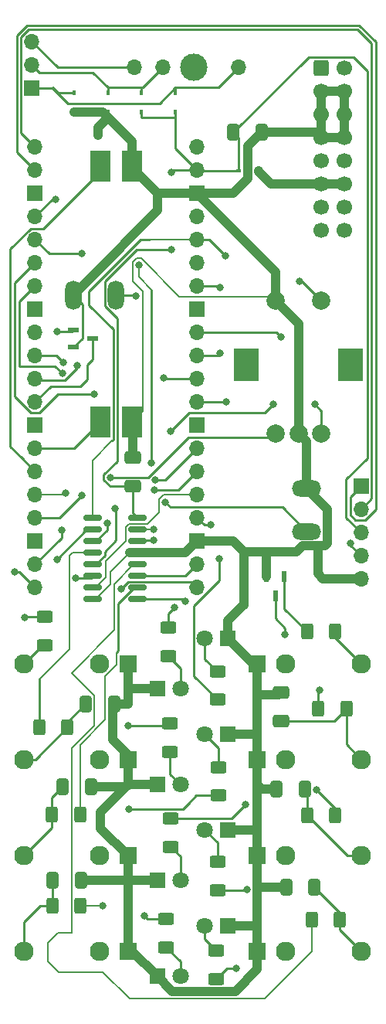
<source format=gbr>
%TF.GenerationSoftware,KiCad,Pcbnew,6.0.2+dfsg-1*%
%TF.CreationDate,2023-09-10T21:51:06+01:00*%
%TF.ProjectId,useq,75736571-2e6b-4696-9361-645f70636258,rev?*%
%TF.SameCoordinates,Original*%
%TF.FileFunction,Copper,L1,Top*%
%TF.FilePolarity,Positive*%
%FSLAX46Y46*%
G04 Gerber Fmt 4.6, Leading zero omitted, Abs format (unit mm)*
G04 Created by KiCad (PCBNEW 6.0.2+dfsg-1) date 2023-09-10 21:51:06*
%MOMM*%
%LPD*%
G01*
G04 APERTURE LIST*
G04 Aperture macros list*
%AMRoundRect*
0 Rectangle with rounded corners*
0 $1 Rounding radius*
0 $2 $3 $4 $5 $6 $7 $8 $9 X,Y pos of 4 corners*
0 Add a 4 corners polygon primitive as box body*
4,1,4,$2,$3,$4,$5,$6,$7,$8,$9,$2,$3,0*
0 Add four circle primitives for the rounded corners*
1,1,$1+$1,$2,$3*
1,1,$1+$1,$4,$5*
1,1,$1+$1,$6,$7*
1,1,$1+$1,$8,$9*
0 Add four rect primitives between the rounded corners*
20,1,$1+$1,$2,$3,$4,$5,0*
20,1,$1+$1,$4,$5,$6,$7,0*
20,1,$1+$1,$6,$7,$8,$9,0*
20,1,$1+$1,$8,$9,$2,$3,0*%
G04 Aperture macros list end*
%TA.AperFunction,SMDPad,CuDef*%
%ADD10RoundRect,0.150000X-0.825000X-0.150000X0.825000X-0.150000X0.825000X0.150000X-0.825000X0.150000X0*%
%TD*%
%TA.AperFunction,SMDPad,CuDef*%
%ADD11RoundRect,0.250000X-0.625000X0.400000X-0.625000X-0.400000X0.625000X-0.400000X0.625000X0.400000X0*%
%TD*%
%TA.AperFunction,SMDPad,CuDef*%
%ADD12RoundRect,0.250000X0.400000X0.625000X-0.400000X0.625000X-0.400000X-0.625000X0.400000X-0.625000X0*%
%TD*%
%TA.AperFunction,SMDPad,CuDef*%
%ADD13RoundRect,0.250000X0.412500X0.650000X-0.412500X0.650000X-0.412500X-0.650000X0.412500X-0.650000X0*%
%TD*%
%TA.AperFunction,SMDPad,CuDef*%
%ADD14RoundRect,0.250000X-0.650000X0.412500X-0.650000X-0.412500X0.650000X-0.412500X0.650000X0.412500X0*%
%TD*%
%TA.AperFunction,SMDPad,CuDef*%
%ADD15R,0.600000X1.300000*%
%TD*%
%TA.AperFunction,ComponentPad*%
%ADD16O,1.700000X1.700000*%
%TD*%
%TA.AperFunction,ComponentPad*%
%ADD17R,1.700000X1.700000*%
%TD*%
%TA.AperFunction,SMDPad,CuDef*%
%ADD18RoundRect,0.250000X-0.400000X-0.625000X0.400000X-0.625000X0.400000X0.625000X-0.400000X0.625000X0*%
%TD*%
%TA.AperFunction,SMDPad,CuDef*%
%ADD19R,0.450000X0.600000*%
%TD*%
%TA.AperFunction,SMDPad,CuDef*%
%ADD20RoundRect,0.250000X-0.412500X-0.650000X0.412500X-0.650000X0.412500X0.650000X-0.412500X0.650000X0*%
%TD*%
%TA.AperFunction,ComponentPad*%
%ADD21RoundRect,0.250000X-0.600000X-0.600000X0.600000X-0.600000X0.600000X0.600000X-0.600000X0.600000X0*%
%TD*%
%TA.AperFunction,ComponentPad*%
%ADD22C,1.700000*%
%TD*%
%TA.AperFunction,SMDPad,CuDef*%
%ADD23RoundRect,0.250000X0.625000X-0.400000X0.625000X0.400000X-0.625000X0.400000X-0.625000X-0.400000X0*%
%TD*%
%TA.AperFunction,SMDPad,CuDef*%
%ADD24R,1.300000X0.600000*%
%TD*%
%TA.AperFunction,SMDPad,CuDef*%
%ADD25R,0.600000X0.450000*%
%TD*%
%TA.AperFunction,SMDPad,CuDef*%
%ADD26RoundRect,0.250000X0.650000X-0.412500X0.650000X0.412500X-0.650000X0.412500X-0.650000X-0.412500X0*%
%TD*%
%TA.AperFunction,ComponentPad*%
%ADD27O,3.200000X1.800000*%
%TD*%
%TA.AperFunction,ComponentPad*%
%ADD28R,2.200000X3.400000*%
%TD*%
%TA.AperFunction,ComponentPad*%
%ADD29R,1.800000X1.800000*%
%TD*%
%TA.AperFunction,ComponentPad*%
%ADD30C,1.800000*%
%TD*%
%TA.AperFunction,ComponentPad*%
%ADD31R,1.830000X1.930000*%
%TD*%
%TA.AperFunction,ComponentPad*%
%ADD32C,2.130000*%
%TD*%
%TA.AperFunction,ComponentPad*%
%ADD33C,3.000000*%
%TD*%
%TA.AperFunction,ComponentPad*%
%ADD34C,2.000000*%
%TD*%
%TA.AperFunction,ComponentPad*%
%ADD35R,2.800000X3.600000*%
%TD*%
%TA.AperFunction,ComponentPad*%
%ADD36O,1.800000X3.200000*%
%TD*%
%TA.AperFunction,ViaPad*%
%ADD37C,0.800000*%
%TD*%
%TA.AperFunction,Conductor*%
%ADD38C,0.250000*%
%TD*%
%TA.AperFunction,Conductor*%
%ADD39C,1.000000*%
%TD*%
%TA.AperFunction,Conductor*%
%ADD40C,0.200000*%
%TD*%
G04 APERTURE END LIST*
D10*
%TO.P,U2,1,VCC*%
%TO.N,/3V3*%
X154925000Y-75055000D03*
%TO.P,U2,2,Aout*%
%TO.N,/PWM Out 1*%
X154925000Y-76325000D03*
%TO.P,U2,3,Ain*%
%TO.N,Net-(U1-Pad27)*%
X154925000Y-77595000D03*
%TO.P,U2,4,Bout*%
%TO.N,/PWM Out 2*%
X154925000Y-78865000D03*
%TO.P,U2,5,Bin*%
%TO.N,Net-(U1-Pad26)*%
X154925000Y-80135000D03*
%TO.P,U2,6,Cout*%
%TO.N,/D Out 1*%
X154925000Y-81405000D03*
%TO.P,U2,7,Cin*%
%TO.N,Net-(U1-Pad25)*%
X154925000Y-82675000D03*
%TO.P,U2,8,VSS*%
%TO.N,GND*%
X154925000Y-83945000D03*
%TO.P,U2,9,Din*%
%TO.N,Net-(U1-Pad24)*%
X159875000Y-83945000D03*
%TO.P,U2,10,Dout*%
%TO.N,/D Out 2*%
X159875000Y-82675000D03*
%TO.P,U2,11,Ein*%
%TO.N,Net-(U1-Pad22)*%
X159875000Y-81405000D03*
%TO.P,U2,12,Eout*%
%TO.N,/D Out 3*%
X159875000Y-80135000D03*
%TO.P,U2,13,Select*%
%TO.N,GND*%
X159875000Y-78865000D03*
%TO.P,U2,14,Fin*%
%TO.N,Net-(U1-Pad21)*%
X159875000Y-77595000D03*
%TO.P,U2,15,Fout*%
%TO.N,/D Out 4*%
X159875000Y-76325000D03*
%TO.P,U2,16,VDD*%
%TO.N,/5V*%
X159875000Y-75055000D03*
%TD*%
D11*
%TO.P,R10,1*%
%TO.N,Net-(R10-Pad1)*%
X163400000Y-97550000D03*
%TO.P,R10,2*%
%TO.N,Net-(D9-Pad2)*%
X163400000Y-100650000D03*
%TD*%
D12*
%TO.P,R15,1*%
%TO.N,Net-(C7-Pad2)*%
X182050000Y-119000000D03*
%TO.P,R15,2*%
%TO.N,/D Out 3*%
X178950000Y-119000000D03*
%TD*%
D11*
%TO.P,R2,1*%
%TO.N,Net-(Q2-Pad1)*%
X149700000Y-85850000D03*
%TO.P,R2,2*%
%TO.N,Net-(J2-PadT)*%
X149700000Y-88950000D03*
%TD*%
D13*
%TO.P,C6,1*%
%TO.N,GND*%
X154762500Y-104500000D03*
%TO.P,C6,2*%
%TO.N,Net-(C6-Pad2)*%
X151637500Y-104500000D03*
%TD*%
D12*
%TO.P,R3,1*%
%TO.N,Net-(C3-Pad2)*%
X182750000Y-95900000D03*
%TO.P,R3,2*%
%TO.N,/PWM Out 1*%
X179650000Y-95900000D03*
%TD*%
D14*
%TO.P,C3,1*%
%TO.N,GND*%
X175600000Y-94137500D03*
%TO.P,C3,2*%
%TO.N,Net-(C3-Pad2)*%
X175600000Y-97262500D03*
%TD*%
D15*
%TO.P,Q1,1,B*%
%TO.N,Net-(Q1-Pad1)*%
X175916000Y-81456000D03*
%TO.P,Q1,2,E*%
%TO.N,GND*%
X174016000Y-81456000D03*
%TO.P,Q1,3,C*%
%TO.N,Net-(Q1-Pad3)*%
X174966000Y-83556000D03*
%TD*%
D16*
%TO.P,U1,1,GPIO0*%
%TO.N,Net-(J11-Pad2)*%
X148610000Y-34370000D03*
%TO.P,U1,2,GPIO1*%
%TO.N,Net-(J11-Pad1)*%
X148610000Y-36910000D03*
D17*
%TO.P,U1,3,GND*%
%TO.N,unconnected-(U1-Pad3)*%
X148610000Y-39450000D03*
D16*
%TO.P,U1,4,GPIO2*%
%TO.N,Net-(R10-Pad1)*%
X148610000Y-41990000D03*
%TO.P,U1,5,GPIO3*%
%TO.N,Net-(R9-Pad1)*%
X148610000Y-44530000D03*
%TO.P,U1,6,GPIO4*%
%TO.N,Net-(R8-Pad1)*%
X148610000Y-47070000D03*
%TO.P,U1,7,GPIO5*%
%TO.N,Net-(R7-Pad1)*%
X148610000Y-49610000D03*
D17*
%TO.P,U1,8,GND*%
%TO.N,unconnected-(U1-Pad8)*%
X148610000Y-52150000D03*
D16*
%TO.P,U1,9,GPIO6*%
%TO.N,unconnected-(U1-Pad9)*%
X148610000Y-54690000D03*
%TO.P,U1,10,GPIO7*%
%TO.N,Net-(S1-Pad1)*%
X148610000Y-57230000D03*
%TO.P,U1,11,GPIO8*%
%TO.N,Net-(Q1-Pad3)*%
X148610000Y-59770000D03*
%TO.P,U1,12,GPIO9*%
%TO.N,Net-(Q2-Pad3)*%
X148610000Y-62310000D03*
D17*
%TO.P,U1,13,GND*%
%TO.N,unconnected-(U1-Pad13)*%
X148610000Y-64850000D03*
D16*
%TO.P,U1,14,GPIO10*%
%TO.N,Net-(SW1-Pad2)*%
X148610000Y-67390000D03*
%TO.P,U1,15,GPIO11*%
%TO.N,Net-(SW2-Pad2)*%
X148610000Y-69930000D03*
%TO.P,U1,16,GPIO12*%
%TO.N,Net-(S1-PadB)*%
X148610000Y-72470000D03*
%TO.P,U1,17,GPIO13*%
%TO.N,Net-(S1-PadA)*%
X148610000Y-75010000D03*
D17*
%TO.P,U1,18,GND*%
%TO.N,unconnected-(U1-Pad18)*%
X148610000Y-77550000D03*
D16*
%TO.P,U1,19,GPIO14*%
%TO.N,Net-(SW3-Pad2)*%
X148610000Y-80090000D03*
%TO.P,U1,20,GPIO15*%
%TO.N,Net-(SW4-Pad2)*%
X148610000Y-82630000D03*
%TO.P,U1,21,GPIO16*%
%TO.N,Net-(U1-Pad21)*%
X166390000Y-82630000D03*
%TO.P,U1,22,GPIO17*%
%TO.N,Net-(U1-Pad22)*%
X166390000Y-80090000D03*
D17*
%TO.P,U1,23,GND*%
%TO.N,GND*%
X166390000Y-77550000D03*
D16*
%TO.P,U1,24,GPIO18*%
%TO.N,Net-(U1-Pad24)*%
X166390000Y-75010000D03*
%TO.P,U1,25,GPIO19*%
%TO.N,Net-(U1-Pad25)*%
X166390000Y-72470000D03*
%TO.P,U1,26,GPIO20*%
%TO.N,Net-(U1-Pad26)*%
X166390000Y-69930000D03*
%TO.P,U1,27,GPIO21*%
%TO.N,Net-(U1-Pad27)*%
X166390000Y-67390000D03*
D17*
%TO.P,U1,28,GND*%
%TO.N,unconnected-(U1-Pad28)*%
X166390000Y-64850000D03*
D16*
%TO.P,U1,29,GPIO22*%
%TO.N,Net-(R14-Pad1)*%
X166390000Y-62310000D03*
%TO.P,U1,30,RUN*%
%TO.N,Net-(S2-Pad2)*%
X166390000Y-59770000D03*
%TO.P,U1,31,GPIO26_ADC0*%
%TO.N,Net-(R13-Pad1)*%
X166390000Y-57230000D03*
%TO.P,U1,32,GPIO27_ADC1*%
%TO.N,Net-(R12-Pad1)*%
X166390000Y-54690000D03*
D17*
%TO.P,U1,33,AGND*%
%TO.N,unconnected-(U1-Pad33)*%
X166390000Y-52150000D03*
D16*
%TO.P,U1,34,GPIO28_ADC2*%
%TO.N,Net-(R11-Pad1)*%
X166390000Y-49610000D03*
%TO.P,U1,35,ADC_VREF*%
%TO.N,unconnected-(U1-Pad35)*%
X166390000Y-47070000D03*
%TO.P,U1,36,3V3*%
%TO.N,/3V3*%
X166390000Y-44530000D03*
%TO.P,U1,37,3V3_EN*%
%TO.N,unconnected-(U1-Pad37)*%
X166390000Y-41990000D03*
D17*
%TO.P,U1,38,GND*%
%TO.N,GND*%
X166390000Y-39450000D03*
D16*
%TO.P,U1,39,VSYS*%
%TO.N,/5V*%
X166390000Y-36910000D03*
%TO.P,U1,40,VBUS*%
%TO.N,unconnected-(U1-Pad40)*%
X166390000Y-34370000D03*
%TD*%
D13*
%TO.P,C4,1*%
%TO.N,GND*%
X157262500Y-95400000D03*
%TO.P,C4,2*%
%TO.N,Net-(C4-Pad2)*%
X154137500Y-95400000D03*
%TD*%
D18*
%TO.P,R16,1*%
%TO.N,Net-(C8-Pad2)*%
X150500000Y-117500000D03*
%TO.P,R16,2*%
%TO.N,/D Out 4*%
X153600000Y-117500000D03*
%TD*%
D11*
%TO.P,R14,1*%
%TO.N,Net-(R14-Pad1)*%
X163000000Y-118950000D03*
%TO.P,R14,2*%
%TO.N,Net-(D13-Pad2)*%
X163000000Y-122050000D03*
%TD*%
D19*
%TO.P,D3,1,K*%
%TO.N,Net-(D3-Pad1)*%
X152900000Y-28450000D03*
%TO.P,D3,2,A*%
%TO.N,GND*%
X152900000Y-30550000D03*
%TD*%
D18*
%TO.P,R5,1*%
%TO.N,Net-(C5-Pad2)*%
X178450000Y-107600000D03*
%TO.P,R5,2*%
%TO.N,/D Out 1*%
X181550000Y-107600000D03*
%TD*%
D17*
%TO.P,J10,1,Pin_1*%
%TO.N,Net-(D3-Pad1)*%
X148250000Y-27905000D03*
D16*
%TO.P,J10,2,Pin_2*%
%TO.N,Net-(D1-Pad2)*%
X148250000Y-25365000D03*
%TO.P,J10,3,Pin_3*%
%TO.N,Net-(J10-Pad3)*%
X148250000Y-22825000D03*
%TD*%
D20*
%TO.P,C7,1*%
%TO.N,GND*%
X176137500Y-115500000D03*
%TO.P,C7,2*%
%TO.N,Net-(C7-Pad2)*%
X179262500Y-115500000D03*
%TD*%
D11*
%TO.P,R12,1*%
%TO.N,Net-(R12-Pad1)*%
X163500000Y-107950000D03*
%TO.P,R12,2*%
%TO.N,Net-(D11-Pad2)*%
X163500000Y-111050000D03*
%TD*%
D18*
%TO.P,R1,1*%
%TO.N,Net-(Q1-Pad1)*%
X178450000Y-87500000D03*
%TO.P,R1,2*%
%TO.N,Net-(J1-PadT)*%
X181550000Y-87500000D03*
%TD*%
D13*
%TO.P,C8,1*%
%TO.N,GND*%
X153662500Y-114700000D03*
%TO.P,C8,2*%
%TO.N,Net-(C8-Pad2)*%
X150537500Y-114700000D03*
%TD*%
D21*
%TO.P,H1,1,1*%
%TO.N,unconnected-(H1-Pad1)*%
X179997500Y-25710000D03*
D22*
%TO.P,H1,2,2*%
%TO.N,unconnected-(H1-Pad2)*%
X182537500Y-25710000D03*
%TO.P,H1,3,3*%
%TO.N,GND*%
X179997500Y-28250000D03*
%TO.P,H1,4,4*%
X182537500Y-28250000D03*
%TO.P,H1,5,5*%
X179997500Y-30790000D03*
%TO.P,H1,6,6*%
X182537500Y-30790000D03*
%TO.P,H1,7,7*%
X179997500Y-33330000D03*
%TO.P,H1,8,8*%
X182537500Y-33330000D03*
%TO.P,H1,9,9*%
%TO.N,unconnected-(H1-Pad9)*%
X179997500Y-35870000D03*
%TO.P,H1,10,10*%
%TO.N,unconnected-(H1-Pad10)*%
X182537500Y-35870000D03*
%TO.P,H1,11,11*%
%TO.N,Net-(D5-Pad2)*%
X179997500Y-38410000D03*
%TO.P,H1,12,12*%
X182537500Y-38410000D03*
%TO.P,H1,13,13*%
%TO.N,unconnected-(H1-Pad13)*%
X179997500Y-40950000D03*
%TO.P,H1,14,14*%
%TO.N,unconnected-(H1-Pad14)*%
X182537500Y-40950000D03*
%TO.P,H1,15,15*%
%TO.N,unconnected-(H1-Pad15)*%
X179997500Y-43490000D03*
%TO.P,H1,16,16*%
%TO.N,unconnected-(H1-Pad16)*%
X182537500Y-43490000D03*
%TD*%
D19*
%TO.P,D4,1,K*%
%TO.N,/5V*%
X164000000Y-30550000D03*
%TO.P,D4,2,A*%
%TO.N,Net-(D3-Pad1)*%
X164000000Y-28450000D03*
%TD*%
D18*
%TO.P,R6,1*%
%TO.N,Net-(C6-Pad2)*%
X150450000Y-107500000D03*
%TO.P,R6,2*%
%TO.N,/D Out 2*%
X153550000Y-107500000D03*
%TD*%
D23*
%TO.P,R13,1*%
%TO.N,Net-(R13-Pad1)*%
X168500000Y-125550000D03*
%TO.P,R13,2*%
%TO.N,Net-(D12-Pad2)*%
X168500000Y-122450000D03*
%TD*%
D24*
%TO.P,Q2,1,B*%
%TO.N,Net-(Q2-Pad1)*%
X152834000Y-54412000D03*
%TO.P,Q2,2,E*%
%TO.N,GND*%
X152834000Y-56312000D03*
%TO.P,Q2,3,C*%
%TO.N,Net-(Q2-Pad3)*%
X154934000Y-55362000D03*
%TD*%
D19*
%TO.P,D2,1,K*%
%TO.N,Net-(D1-Pad2)*%
X156600000Y-28450000D03*
%TO.P,D2,2,A*%
%TO.N,GND*%
X156600000Y-30550000D03*
%TD*%
D23*
%TO.P,R7,1*%
%TO.N,Net-(R7-Pad1)*%
X168600000Y-94950000D03*
%TO.P,R7,2*%
%TO.N,Net-(D6-Pad2)*%
X168600000Y-91850000D03*
%TD*%
%TO.P,R11,1*%
%TO.N,Net-(R11-Pad1)*%
X168600000Y-115800000D03*
%TO.P,R11,2*%
%TO.N,Net-(D10-Pad2)*%
X168600000Y-112700000D03*
%TD*%
D11*
%TO.P,R8,1*%
%TO.N,Net-(R8-Pad1)*%
X163200000Y-87050000D03*
%TO.P,R8,2*%
%TO.N,Net-(D7-Pad2)*%
X163200000Y-90150000D03*
%TD*%
D20*
%TO.P,C1,1*%
%TO.N,/5V*%
X170337500Y-32800000D03*
%TO.P,C1,2*%
%TO.N,GND*%
X173462500Y-32800000D03*
%TD*%
D25*
%TO.P,D5,1,K*%
%TO.N,/5V*%
X170950000Y-37000000D03*
%TO.P,D5,2,A*%
%TO.N,Net-(D5-Pad2)*%
X173050000Y-37000000D03*
%TD*%
D26*
%TO.P,C2,1*%
%TO.N,/5V*%
X159300000Y-71562500D03*
%TO.P,C2,2*%
%TO.N,GND*%
X159300000Y-68437500D03*
%TD*%
D20*
%TO.P,C5,1*%
%TO.N,GND*%
X175075000Y-104700000D03*
%TO.P,C5,2*%
%TO.N,Net-(C5-Pad2)*%
X178200000Y-104700000D03*
%TD*%
D23*
%TO.P,R9,1*%
%TO.N,Net-(R9-Pad1)*%
X168700000Y-105450000D03*
%TO.P,R9,2*%
%TO.N,Net-(D8-Pad2)*%
X168700000Y-102350000D03*
%TD*%
D12*
%TO.P,R4,1*%
%TO.N,Net-(C4-Pad2)*%
X152150000Y-98000000D03*
%TO.P,R4,2*%
%TO.N,/PWM Out 2*%
X149050000Y-98000000D03*
%TD*%
D19*
%TO.P,D1,1,K*%
%TO.N,/5V*%
X160300000Y-30550000D03*
%TO.P,D1,2,A*%
%TO.N,Net-(D1-Pad2)*%
X160300000Y-28450000D03*
%TD*%
D17*
%TO.P,J11,1,Pin_1*%
%TO.N,Net-(J11-Pad1)*%
X184350000Y-71530000D03*
D16*
%TO.P,J11,2,Pin_2*%
%TO.N,Net-(J11-Pad2)*%
X184350000Y-74070000D03*
%TO.P,J11,3,Pin_3*%
%TO.N,/5V*%
X184350000Y-76610000D03*
%TO.P,J11,4,Pin_4*%
%TO.N,/3V3*%
X184350000Y-79150000D03*
%TO.P,J11,5,Pin_5*%
%TO.N,GND*%
X184350000Y-81690000D03*
%TD*%
D27*
%TO.P,SW3,1,A*%
%TO.N,GND*%
X178400000Y-71800000D03*
%TO.P,SW3,2,B*%
%TO.N,Net-(SW3-Pad2)*%
X178400000Y-76500000D03*
%TD*%
D28*
%TO.P,SW2,1,1*%
%TO.N,GND*%
X159250000Y-36500000D03*
%TO.P,SW2,2,2*%
%TO.N,Net-(SW2-Pad2)*%
X155750000Y-36500000D03*
%TD*%
D29*
%TO.P,D12,1,K*%
%TO.N,GND*%
X169775000Y-119750000D03*
D30*
%TO.P,D12,2,A*%
%TO.N,Net-(D12-Pad2)*%
X167235000Y-119750000D03*
%TD*%
D29*
%TO.P,D6,1,K*%
%TO.N,GND*%
X169775000Y-88250000D03*
D30*
%TO.P,D6,2,A*%
%TO.N,Net-(D6-Pad2)*%
X167235000Y-88250000D03*
%TD*%
D28*
%TO.P,SW1,1,1*%
%TO.N,GND*%
X159250000Y-64500000D03*
%TO.P,SW1,2,2*%
%TO.N,Net-(SW1-Pad2)*%
X155750000Y-64500000D03*
%TD*%
D31*
%TO.P,J7,S*%
%TO.N,GND*%
X173000000Y-122500000D03*
D32*
%TO.P,J7,T*%
%TO.N,Net-(C7-Pad2)*%
X184400000Y-122500000D03*
%TO.P,J7,TN*%
%TO.N,unconnected-(J7-PadTN)*%
X176100000Y-122500000D03*
%TD*%
D29*
%TO.P,D13,1,K*%
%TO.N,GND*%
X162000000Y-125250000D03*
D30*
%TO.P,D13,2,A*%
%TO.N,Net-(D13-Pad2)*%
X164540000Y-125250000D03*
%TD*%
D31*
%TO.P,J4,S*%
%TO.N,GND*%
X173000000Y-101500000D03*
D32*
%TO.P,J4,T*%
%TO.N,Net-(C3-Pad2)*%
X184400000Y-101500000D03*
%TO.P,J4,TN*%
%TO.N,unconnected-(J4-PadTN)*%
X176100000Y-101500000D03*
%TD*%
D29*
%TO.P,D7,1,K*%
%TO.N,GND*%
X162000000Y-93750000D03*
D30*
%TO.P,D7,2,A*%
%TO.N,Net-(D7-Pad2)*%
X164540000Y-93750000D03*
%TD*%
D31*
%TO.P,J3,S*%
%TO.N,GND*%
X158780000Y-101500000D03*
D32*
%TO.P,J3,T*%
%TO.N,Net-(C4-Pad2)*%
X147380000Y-101500000D03*
%TO.P,J3,TN*%
%TO.N,unconnected-(J3-PadTN)*%
X155680000Y-101500000D03*
%TD*%
D29*
%TO.P,D9,1,K*%
%TO.N,GND*%
X162000000Y-104250000D03*
D30*
%TO.P,D9,2,A*%
%TO.N,Net-(D9-Pad2)*%
X164540000Y-104250000D03*
%TD*%
D33*
%TO.P,J9,*%
%TO.N,*%
X166000000Y-25675000D03*
D16*
%TO.P,J9,1*%
%TO.N,Net-(J10-Pad3)*%
X159520000Y-25675000D03*
%TO.P,J9,2*%
%TO.N,Net-(D1-Pad2)*%
X162620000Y-25675000D03*
%TO.P,J9,3*%
%TO.N,Net-(D3-Pad1)*%
X170920000Y-25675000D03*
%TD*%
D31*
%TO.P,J1,S*%
%TO.N,GND*%
X173000000Y-91000000D03*
D32*
%TO.P,J1,T*%
%TO.N,Net-(J1-PadT)*%
X184400000Y-91000000D03*
%TO.P,J1,TN*%
%TO.N,unconnected-(J1-PadTN)*%
X176100000Y-91000000D03*
%TD*%
D31*
%TO.P,J8,S*%
%TO.N,GND*%
X158780000Y-122500000D03*
D32*
%TO.P,J8,T*%
%TO.N,Net-(C8-Pad2)*%
X147380000Y-122500000D03*
%TO.P,J8,TN*%
%TO.N,unconnected-(J8-PadTN)*%
X155680000Y-122500000D03*
%TD*%
D31*
%TO.P,J6,S*%
%TO.N,GND*%
X158780000Y-112000000D03*
D32*
%TO.P,J6,T*%
%TO.N,Net-(C6-Pad2)*%
X147380000Y-112000000D03*
%TO.P,J6,TN*%
%TO.N,unconnected-(J6-PadTN)*%
X155680000Y-112000000D03*
%TD*%
D29*
%TO.P,D11,1,K*%
%TO.N,GND*%
X162000000Y-114750000D03*
D30*
%TO.P,D11,2,A*%
%TO.N,Net-(D11-Pad2)*%
X164540000Y-114750000D03*
%TD*%
D29*
%TO.P,D10,1,K*%
%TO.N,GND*%
X169775000Y-109250000D03*
D30*
%TO.P,D10,2,A*%
%TO.N,Net-(D10-Pad2)*%
X167235000Y-109250000D03*
%TD*%
D34*
%TO.P,S1,1*%
%TO.N,Net-(S1-Pad1)*%
X180000000Y-51250000D03*
%TO.P,S1,2*%
%TO.N,GND*%
X175000000Y-51250000D03*
D35*
%TO.P,S1,3*%
%TO.N,unconnected-(S1-Pad3)*%
X171800000Y-58250000D03*
X183200000Y-58250000D03*
D34*
%TO.P,S1,A,CH_A*%
%TO.N,Net-(S1-PadA)*%
X180000000Y-65750000D03*
%TO.P,S1,B,CH_B*%
%TO.N,Net-(S1-PadB)*%
X175000000Y-65750000D03*
%TO.P,S1,C,COM*%
%TO.N,GND*%
X177500000Y-65750000D03*
%TD*%
D31*
%TO.P,J2,S*%
%TO.N,GND*%
X158780000Y-91000000D03*
D32*
%TO.P,J2,T*%
%TO.N,Net-(J2-PadT)*%
X147380000Y-91000000D03*
%TO.P,J2,TN*%
%TO.N,unconnected-(J2-PadTN)*%
X155680000Y-91000000D03*
%TD*%
D29*
%TO.P,D8,1,K*%
%TO.N,GND*%
X169775000Y-98750000D03*
D30*
%TO.P,D8,2,A*%
%TO.N,Net-(D8-Pad2)*%
X167235000Y-98750000D03*
%TD*%
D36*
%TO.P,SW4,1,A*%
%TO.N,GND*%
X152800000Y-50600000D03*
%TO.P,SW4,2,B*%
%TO.N,Net-(SW4-Pad2)*%
X157500000Y-50600000D03*
%TD*%
D31*
%TO.P,J5,S*%
%TO.N,GND*%
X173000000Y-112000000D03*
D32*
%TO.P,J5,T*%
%TO.N,Net-(C5-Pad2)*%
X184400000Y-112000000D03*
%TO.P,J5,TN*%
%TO.N,unconnected-(J5-PadTN)*%
X176100000Y-112000000D03*
%TD*%
D37*
%TO.N,/5V*%
X163600000Y-37200000D03*
X163600000Y-45600000D03*
%TO.N,GND*%
X155500000Y-33100000D03*
%TO.N,Net-(Q1-Pad3)*%
X153200000Y-58300000D03*
X176000000Y-87800000D03*
%TO.N,/D Out 1*%
X153100000Y-81600000D03*
X179500000Y-104800000D03*
%TO.N,Net-(R7-Pad1)*%
X151600000Y-59200000D03*
X168800000Y-79500000D03*
%TO.N,Net-(R8-Pad1)*%
X155100000Y-61500000D03*
X163900000Y-84800000D03*
%TO.N,Net-(R9-Pad1)*%
X153700000Y-46100000D03*
X158900000Y-106900000D03*
%TO.N,Net-(R10-Pad1)*%
X160000000Y-47300000D03*
X158800000Y-97800000D03*
X150900000Y-40100000D03*
X161400000Y-69000000D03*
%TO.N,Net-(R11-Pad1)*%
X171900000Y-115700000D03*
X168900000Y-49800000D03*
%TO.N,Net-(R12-Pad1)*%
X175600000Y-55200000D03*
X171700000Y-106400000D03*
%TO.N,Net-(R13-Pad1)*%
X170700000Y-124400000D03*
X168900000Y-57000000D03*
%TO.N,Net-(R14-Pad1)*%
X160600000Y-118600000D03*
X169600000Y-62300000D03*
%TO.N,/D Out 4*%
X156000000Y-117500000D03*
X161600000Y-76300000D03*
%TO.N,Net-(S1-Pad1)*%
X177600000Y-49100000D03*
X151700000Y-58000000D03*
%TO.N,Net-(S1-PadA)*%
X153700000Y-72600000D03*
X179300000Y-62600000D03*
X163500000Y-65500000D03*
X174700000Y-62600000D03*
%TO.N,Net-(S1-PadB)*%
X156875480Y-70575480D03*
X152000000Y-72300000D03*
%TO.N,Net-(S2-Pad2)*%
X162700000Y-59700000D03*
%TO.N,Net-(SW3-Pad2)*%
X162900000Y-73300000D03*
X151500000Y-76400000D03*
%TO.N,Net-(SW4-Pad2)*%
X146400000Y-80900000D03*
X159700000Y-50700000D03*
%TO.N,Net-(U1-Pad21)*%
X161600000Y-77500000D03*
X158100000Y-82800000D03*
%TO.N,Net-(U1-Pad24)*%
X165100000Y-84200000D03*
X167900000Y-75800000D03*
%TO.N,Net-(U1-Pad26)*%
X157400000Y-74000000D03*
X161700000Y-72000000D03*
%TO.N,Net-(U1-Pad27)*%
X156500000Y-75600000D03*
X161800000Y-70900000D03*
%TO.N,/PWM Out 1*%
X179800000Y-93900000D03*
X151000000Y-79600000D03*
%TO.N,/3V3*%
X183230000Y-77850000D03*
X169510000Y-46340000D03*
%TO.N,Net-(Q2-Pad1)*%
X147500000Y-85900000D03*
X151000000Y-54600000D03*
%TD*%
D38*
%TO.N,/5V*%
X164000000Y-34520000D02*
X166390000Y-36910000D01*
X185074991Y-68455987D02*
X182725969Y-70805009D01*
X157624031Y-53155763D02*
X156275480Y-51807212D01*
X160300000Y-31150000D02*
X160300000Y-30550000D01*
X164000000Y-31150000D02*
X164000000Y-30550000D01*
X159300000Y-71562500D02*
X156837886Y-71562500D01*
X170950000Y-37000000D02*
X170950000Y-33412500D01*
X160300000Y-31150000D02*
X164000000Y-31150000D01*
X163600000Y-37200000D02*
X163890000Y-36910000D01*
X156150969Y-70875583D02*
X156150969Y-70275377D01*
X185074991Y-26090000D02*
X185074991Y-68455987D01*
X170950000Y-33412500D02*
X170337500Y-32800000D01*
X182725969Y-74985969D02*
X184350000Y-76610000D01*
X156275480Y-51807212D02*
X156275480Y-49104040D01*
X183520480Y-24535489D02*
X185074991Y-26090000D01*
X178602011Y-24535489D02*
X183520480Y-24535489D01*
X170950000Y-37000000D02*
X166480000Y-37000000D01*
D39*
X170350000Y-32812500D02*
X170337500Y-32800000D01*
D38*
X156150969Y-70275377D02*
X157624031Y-68802315D01*
X170337500Y-32800000D02*
X178602011Y-24535489D01*
X182725969Y-70805009D02*
X182725969Y-74985969D01*
X166480000Y-37000000D02*
X166390000Y-36910000D01*
X163890000Y-36910000D02*
X166390000Y-36910000D01*
X170860000Y-36910000D02*
X170950000Y-37000000D01*
X164000000Y-31150000D02*
X164000000Y-34520000D01*
X159300000Y-71562500D02*
X159300000Y-74480000D01*
X156837886Y-71562500D02*
X156150969Y-70875583D01*
X157624031Y-68802315D02*
X157624031Y-53155763D01*
X159779520Y-45600000D02*
X163600000Y-45600000D01*
X159300000Y-74480000D02*
X159875000Y-75055000D01*
X156275480Y-49104040D02*
X159779520Y-45600000D01*
D39*
%TO.N,GND*%
X170349022Y-39450000D02*
X171949511Y-37849511D01*
X159250000Y-36500000D02*
X159250000Y-33800000D01*
X158780000Y-95380000D02*
X158780000Y-93680000D01*
X158780000Y-93680000D02*
X158780000Y-91000000D01*
X157282500Y-95380000D02*
X157262500Y-95400000D01*
X159250000Y-33800000D02*
X156600000Y-31150000D01*
D40*
X159300000Y-47010741D02*
X159300000Y-49124520D01*
D39*
X173000000Y-109200000D02*
X173000000Y-104200000D01*
X177500000Y-53750000D02*
X175000000Y-51250000D01*
X175000000Y-48060000D02*
X166390000Y-39450000D01*
X166390000Y-39450000D02*
X170349022Y-39450000D01*
X163649520Y-126899520D02*
X170565480Y-126899520D01*
X158810000Y-104250000D02*
X162000000Y-104250000D01*
D40*
X164448770Y-50759511D02*
X160289748Y-46600489D01*
D39*
X174172201Y-78761799D02*
X177261799Y-78761799D01*
D40*
X175000000Y-51250000D02*
X174509511Y-50759511D01*
D39*
X155800000Y-107260000D02*
X155800000Y-109020000D01*
D40*
X154925000Y-83945000D02*
X155265717Y-83945000D01*
X159710252Y-46600489D02*
X159300000Y-47010741D01*
D38*
X152834000Y-56312000D02*
X153808511Y-55337489D01*
D39*
X175000000Y-51250000D02*
X175000000Y-48060000D01*
X158810000Y-104250000D02*
X155800000Y-107260000D01*
X175075000Y-104700000D02*
X173500000Y-104700000D01*
X173000000Y-94400000D02*
X173000000Y-91000000D01*
X159300000Y-68437500D02*
X159300000Y-64550000D01*
X158968598Y-78865000D02*
X159875000Y-78865000D01*
X180180000Y-81690000D02*
X179629520Y-81139520D01*
X169775000Y-86248598D02*
X171561799Y-84461799D01*
X159250000Y-36650000D02*
X162050000Y-39450000D01*
X169775000Y-88250000D02*
X169775000Y-86248598D01*
X173000000Y-122500000D02*
X173000000Y-119800000D01*
X172950000Y-109250000D02*
X169775000Y-109250000D01*
X182537500Y-30790000D02*
X182537500Y-28250000D01*
X184350000Y-81690000D02*
X180180000Y-81690000D01*
X173000000Y-124465000D02*
X173000000Y-122500000D01*
D40*
X160289748Y-46600489D02*
X159710252Y-46600489D01*
D39*
X173000000Y-91000000D02*
X172525000Y-91000000D01*
X158560000Y-104500000D02*
X158780000Y-104280000D01*
X158780000Y-100980000D02*
X157100000Y-99300000D01*
X159250000Y-122500000D02*
X162000000Y-125250000D01*
X153662500Y-114700000D02*
X158660000Y-114700000D01*
X171561799Y-78761799D02*
X174172201Y-78761799D01*
X159050000Y-114750000D02*
X162000000Y-114750000D01*
X155500000Y-33100000D02*
X155500000Y-32250000D01*
X154762500Y-104500000D02*
X158560000Y-104500000D01*
D40*
X156900000Y-82310717D02*
X156900000Y-80933598D01*
D39*
X178400000Y-71800000D02*
X178400000Y-66650000D01*
X171949511Y-37849511D02*
X171949511Y-34312989D01*
D40*
X159300000Y-49124520D02*
X160399511Y-50224031D01*
D39*
X158780000Y-104280000D02*
X158810000Y-104250000D01*
X173000000Y-98100000D02*
X173000000Y-94400000D01*
X182537500Y-33330000D02*
X182537500Y-30790000D01*
X155500000Y-32250000D02*
X156600000Y-31150000D01*
X158780000Y-115020000D02*
X158780000Y-114580000D01*
X158660000Y-114700000D02*
X158780000Y-114580000D01*
X178400000Y-66650000D02*
X177500000Y-65750000D01*
X157100000Y-99300000D02*
X157100000Y-95562500D01*
X162050000Y-41350000D02*
X162050000Y-39450000D01*
X158780000Y-104280000D02*
X158780000Y-101500000D01*
X174016000Y-81456000D02*
X174016000Y-78918000D01*
X171561799Y-84461799D02*
X171561799Y-84549299D01*
X166390000Y-77550000D02*
X165075000Y-78865000D01*
X171949511Y-34312989D02*
X173462500Y-32800000D01*
X177261799Y-78761799D02*
X177924078Y-78099520D01*
X158780000Y-93680000D02*
X158850000Y-93750000D01*
X155800000Y-109020000D02*
X158780000Y-112000000D01*
X173000000Y-119800000D02*
X172950000Y-119750000D01*
X172950000Y-119750000D02*
X169775000Y-119750000D01*
X179629520Y-81139520D02*
X179629520Y-78099520D01*
D40*
X155265717Y-83945000D02*
X156900000Y-82310717D01*
X160399511Y-50224031D02*
X160399511Y-63350489D01*
D38*
X153808511Y-51608511D02*
X152800000Y-50600000D01*
D39*
X157100000Y-95562500D02*
X157262500Y-95400000D01*
X179997500Y-30790000D02*
X179997500Y-33330000D01*
X158780000Y-101500000D02*
X158780000Y-100980000D01*
X166390000Y-77550000D02*
X170350000Y-77550000D01*
X177924078Y-78099520D02*
X179629520Y-78099520D01*
X177500000Y-65750000D02*
X177500000Y-53750000D01*
D40*
X160399511Y-63350489D02*
X159250000Y-64500000D01*
D39*
X173000000Y-112000000D02*
X173000000Y-109200000D01*
X171561799Y-84461799D02*
X171561799Y-78761799D01*
X158780000Y-95380000D02*
X157282500Y-95380000D01*
X159250000Y-36500000D02*
X159250000Y-36650000D01*
X173000000Y-104200000D02*
X173000000Y-101500000D01*
X156000000Y-30550000D02*
X152900000Y-30550000D01*
X173000000Y-101500000D02*
X173000000Y-98100000D01*
X182537500Y-28250000D02*
X179997500Y-28250000D01*
X162050000Y-39450000D02*
X166390000Y-39450000D01*
D38*
X153808511Y-55337489D02*
X153808511Y-51608511D01*
D39*
X152800000Y-50600000D02*
X154300000Y-49100000D01*
X180400480Y-78099520D02*
X180699520Y-77800480D01*
X179997500Y-28250000D02*
X179997500Y-30790000D01*
X173000000Y-109200000D02*
X172950000Y-109250000D01*
X158780000Y-122500000D02*
X159250000Y-122500000D01*
X173000000Y-119800000D02*
X173000000Y-115500000D01*
X180699520Y-74099520D02*
X178400000Y-71800000D01*
X176137500Y-115500000D02*
X173000000Y-115500000D01*
X179629520Y-78099520D02*
X180400480Y-78099520D01*
X158780000Y-115020000D02*
X159050000Y-114750000D01*
X159300000Y-64550000D02*
X159250000Y-64500000D01*
X170565480Y-126899520D02*
X173000000Y-124465000D01*
X180699520Y-77800480D02*
X180699520Y-74099520D01*
X173500000Y-104700000D02*
X173000000Y-104200000D01*
X158780000Y-122500000D02*
X158780000Y-115020000D01*
X173000000Y-115500000D02*
X173000000Y-112000000D01*
X156600000Y-31150000D02*
X156000000Y-30550000D01*
D40*
X174509511Y-50759511D02*
X164448770Y-50759511D01*
D39*
X175337500Y-94400000D02*
X175600000Y-94137500D01*
X173000000Y-94400000D02*
X175337500Y-94400000D01*
X154300000Y-49100000D02*
X162050000Y-41350000D01*
X172350000Y-98750000D02*
X169775000Y-98750000D01*
X165075000Y-78865000D02*
X159875000Y-78865000D01*
X179997500Y-33330000D02*
X182537500Y-33330000D01*
X174016000Y-78918000D02*
X174172201Y-78761799D01*
X158780000Y-114580000D02*
X158780000Y-112000000D01*
X158850000Y-93750000D02*
X162000000Y-93750000D01*
X172525000Y-91000000D02*
X169775000Y-88250000D01*
X179467500Y-32800000D02*
X179997500Y-33330000D01*
X162000000Y-125250000D02*
X163649520Y-126899520D01*
D40*
X156900000Y-80933598D02*
X158968598Y-78865000D01*
D39*
X173462500Y-32800000D02*
X179467500Y-32800000D01*
X171561799Y-78761799D02*
X170350000Y-77550000D01*
D38*
%TO.N,Net-(C3-Pad2)*%
X182750000Y-95900000D02*
X182750000Y-99850000D01*
X175600000Y-97262500D02*
X181387500Y-97262500D01*
X182750000Y-99850000D02*
X184400000Y-101500000D01*
X181387500Y-97262500D02*
X182750000Y-95900000D01*
%TO.N,Net-(C4-Pad2)*%
X152150000Y-98000000D02*
X152150000Y-97387500D01*
X147380000Y-101500000D02*
X148650000Y-101500000D01*
X148650000Y-101500000D02*
X152150000Y-98000000D01*
X152150000Y-97387500D02*
X154137500Y-95400000D01*
%TO.N,Net-(D1-Pad2)*%
X148250000Y-25365000D02*
X149100000Y-26215000D01*
X154965000Y-26215000D02*
X156600000Y-27850000D01*
X149100000Y-26215000D02*
X154965000Y-26215000D01*
X160445000Y-27850000D02*
X162620000Y-25675000D01*
X156600000Y-28450000D02*
X156600000Y-27850000D01*
X160300000Y-28450000D02*
X160300000Y-27850000D01*
X156600000Y-27850000D02*
X160300000Y-27850000D01*
X160300000Y-27850000D02*
X160445000Y-27850000D01*
D39*
%TO.N,Net-(D5-Pad2)*%
X179997500Y-38410000D02*
X174460000Y-38410000D01*
X173149031Y-37099031D02*
X173149031Y-37000000D01*
X174460000Y-38410000D02*
X173149031Y-37099031D01*
X179997500Y-38410000D02*
X182537500Y-38410000D01*
D38*
%TO.N,Net-(D6-Pad2)*%
X167235000Y-88250000D02*
X167235000Y-90485000D01*
X167235000Y-90485000D02*
X168600000Y-91850000D01*
%TO.N,Net-(D7-Pad2)*%
X164540000Y-93750000D02*
X164540000Y-91490000D01*
X164540000Y-91490000D02*
X163200000Y-90150000D01*
%TO.N,Net-(D8-Pad2)*%
X167235000Y-98750000D02*
X168700000Y-100215000D01*
X168700000Y-100215000D02*
X168700000Y-102350000D01*
%TO.N,Net-(D9-Pad2)*%
X163400000Y-100650000D02*
X163400000Y-103110000D01*
X163400000Y-103110000D02*
X164540000Y-104250000D01*
%TO.N,Net-(D10-Pad2)*%
X168600000Y-112700000D02*
X168600000Y-110615000D01*
X168600000Y-110615000D02*
X167235000Y-109250000D01*
%TO.N,Net-(D11-Pad2)*%
X164540000Y-114750000D02*
X164540000Y-112090000D01*
X164540000Y-112090000D02*
X163500000Y-111050000D01*
%TO.N,Net-(D12-Pad2)*%
X167235000Y-121185000D02*
X167235000Y-119750000D01*
X168500000Y-122450000D02*
X167235000Y-121185000D01*
%TO.N,Net-(D13-Pad2)*%
X163000000Y-122050000D02*
X164540000Y-123590000D01*
X164540000Y-123590000D02*
X164540000Y-125250000D01*
%TO.N,Net-(J1-PadT)*%
X181550000Y-88150000D02*
X184400000Y-91000000D01*
X181550000Y-87500000D02*
X181550000Y-88150000D01*
%TO.N,Net-(D3-Pad1)*%
X168745000Y-27850000D02*
X164000000Y-27850000D01*
X152200000Y-29600000D02*
X162250000Y-29600000D01*
X150505000Y-27905000D02*
X152200000Y-29600000D01*
X170920000Y-25675000D02*
X168745000Y-27850000D01*
X148250000Y-27905000D02*
X150505000Y-27905000D01*
X150505000Y-27905000D02*
X150560000Y-27850000D01*
X150560000Y-27850000D02*
X151160000Y-28450000D01*
X162250000Y-29600000D02*
X164000000Y-27850000D01*
X151160000Y-28450000D02*
X152900000Y-28450000D01*
X164000000Y-28450000D02*
X164000000Y-27850000D01*
%TO.N,Net-(J2-PadT)*%
X147380000Y-91000000D02*
X149430000Y-88950000D01*
X149430000Y-88950000D02*
X149700000Y-88950000D01*
%TO.N,Net-(C5-Pad2)*%
X178450000Y-107600000D02*
X182850000Y-112000000D01*
X178450000Y-107600000D02*
X178450000Y-104950000D01*
X182850000Y-112000000D02*
X184400000Y-112000000D01*
X178450000Y-104950000D02*
X178200000Y-104700000D01*
%TO.N,Net-(C6-Pad2)*%
X147380000Y-112000000D02*
X150450000Y-108930000D01*
X150450000Y-107500000D02*
X150450000Y-105687500D01*
X150450000Y-105687500D02*
X151637500Y-104500000D01*
X150450000Y-108930000D02*
X150450000Y-107500000D01*
%TO.N,Net-(C7-Pad2)*%
X179262500Y-115500000D02*
X182050000Y-118287500D01*
X182050000Y-119000000D02*
X182050000Y-120150000D01*
X182050000Y-118287500D02*
X182050000Y-119000000D01*
X182050000Y-120150000D02*
X184400000Y-122500000D01*
%TO.N,Net-(Q1-Pad3)*%
X151900103Y-59924511D02*
X153200000Y-58624614D01*
X153200000Y-58624614D02*
X153200000Y-58300000D01*
X174966000Y-86053500D02*
X174966000Y-83556000D01*
X176000000Y-87800000D02*
X176000000Y-87087500D01*
X148764511Y-59924511D02*
X151900103Y-59924511D01*
X176000000Y-87087500D02*
X174966000Y-86053500D01*
X148610000Y-59770000D02*
X148764511Y-59924511D01*
%TO.N,Net-(Q2-Pad3)*%
X150320000Y-60600000D02*
X153600000Y-60600000D01*
X148610000Y-62310000D02*
X150320000Y-60600000D01*
X154329000Y-59871000D02*
X154329000Y-58287000D01*
X153600000Y-60600000D02*
X154329000Y-59871000D01*
X154934000Y-57682000D02*
X154934000Y-55362000D01*
X154329000Y-58287000D02*
X154934000Y-57682000D01*
D40*
%TO.N,/PWM Out 2*%
X152735000Y-78865000D02*
X154925000Y-78865000D01*
D38*
X149050000Y-98000000D02*
X149050000Y-92750000D01*
D40*
X152400000Y-89400000D02*
X152400000Y-79200000D01*
X152400000Y-79200000D02*
X152735000Y-78865000D01*
X149050000Y-92750000D02*
X152400000Y-89400000D01*
D38*
%TO.N,/D Out 1*%
X181550000Y-106850000D02*
X179500000Y-104800000D01*
X153100000Y-81600000D02*
X154730000Y-81600000D01*
X181550000Y-107600000D02*
X181550000Y-106850000D01*
X154730000Y-81600000D02*
X154925000Y-81405000D01*
D40*
%TO.N,/D Out 2*%
X157565489Y-91134511D02*
X157565489Y-89734511D01*
D38*
X157724040Y-84449888D02*
X157724040Y-89575960D01*
X157724040Y-89575960D02*
X157565489Y-89734511D01*
D40*
X153550000Y-107500000D02*
X153550000Y-99900462D01*
D38*
X159498928Y-82675000D02*
X157724040Y-84449888D01*
D40*
X153550000Y-99900462D02*
X156300480Y-97149982D01*
X156300480Y-92399520D02*
X157565489Y-91134511D01*
D38*
X159875000Y-82675000D02*
X159498928Y-82675000D01*
D40*
X156300480Y-97149982D02*
X156300480Y-92399520D01*
D38*
%TO.N,Net-(R7-Pad1)*%
X146904511Y-58404511D02*
X146904511Y-51315489D01*
X151600000Y-59200000D02*
X150804511Y-58404511D01*
X150804511Y-58404511D02*
X146904511Y-58404511D01*
X168800000Y-81881010D02*
X168800000Y-79500000D01*
X168600000Y-94950000D02*
X166010489Y-92360489D01*
X146904511Y-51315489D02*
X148610000Y-49610000D01*
X166010489Y-92360489D02*
X166010489Y-84670521D01*
X166010489Y-84670521D02*
X168800000Y-81881010D01*
%TO.N,Net-(R8-Pad1)*%
X149096499Y-63484511D02*
X148123501Y-63484511D01*
X146400000Y-61761010D02*
X146400000Y-49280000D01*
X148123501Y-63484511D02*
X146400000Y-61761010D01*
X151081010Y-61500000D02*
X149096499Y-63484511D01*
X163200000Y-87050000D02*
X163200000Y-85500000D01*
X146400000Y-49280000D02*
X148610000Y-47070000D01*
X155100000Y-61500000D02*
X151081010Y-61500000D01*
X163200000Y-85500000D02*
X163900000Y-84800000D01*
%TO.N,Net-(R9-Pad1)*%
X150180000Y-46100000D02*
X148610000Y-44530000D01*
X168700000Y-105450000D02*
X166250000Y-105450000D01*
X165400000Y-106300000D02*
X164800000Y-106900000D01*
X166250000Y-105450000D02*
X165400000Y-106300000D01*
X153700000Y-46100000D02*
X150180000Y-46100000D01*
X164800000Y-106900000D02*
X158900000Y-106900000D01*
%TO.N,Net-(R10-Pad1)*%
X163400000Y-97550000D02*
X163150000Y-97800000D01*
X150900000Y-40100000D02*
X150500000Y-40100000D01*
D40*
X161400000Y-50000000D02*
X160000000Y-48600000D01*
D38*
X161400000Y-69000000D02*
X161400000Y-50000000D01*
X150500000Y-40100000D02*
X148610000Y-41990000D01*
D40*
X160000000Y-48600000D02*
X160000000Y-47300000D01*
D38*
X163150000Y-97800000D02*
X158800000Y-97800000D01*
%TO.N,Net-(R11-Pad1)*%
X168600000Y-115800000D02*
X171800000Y-115800000D01*
X168710000Y-49610000D02*
X166390000Y-49610000D01*
X168900000Y-49800000D02*
X168710000Y-49610000D01*
X171800000Y-115800000D02*
X171900000Y-115700000D01*
%TO.N,Net-(R12-Pad1)*%
X175600000Y-55200000D02*
X175090000Y-54690000D01*
X163500000Y-107950000D02*
X170150000Y-107950000D01*
X175090000Y-54690000D02*
X166390000Y-54690000D01*
X170150000Y-107950000D02*
X171700000Y-106400000D01*
%TO.N,Net-(R13-Pad1)*%
X169650000Y-124400000D02*
X170700000Y-124400000D01*
X168500000Y-125550000D02*
X169650000Y-124400000D01*
X168670000Y-57230000D02*
X166390000Y-57230000D01*
X168900000Y-57000000D02*
X168670000Y-57230000D01*
%TO.N,Net-(R14-Pad1)*%
X163000000Y-118950000D02*
X160950000Y-118950000D01*
X160950000Y-118950000D02*
X160600000Y-118600000D01*
X169590000Y-62310000D02*
X166390000Y-62310000D01*
X169600000Y-62300000D02*
X169590000Y-62310000D01*
D40*
%TO.N,/D Out 3*%
X173800960Y-127699040D02*
X178950000Y-122550000D01*
X178950000Y-122550000D02*
X178950000Y-119000000D01*
X158949329Y-127699040D02*
X173800960Y-127699040D01*
X152600480Y-120499520D02*
X151100480Y-120499520D01*
X159875000Y-80135000D02*
X159429520Y-80135000D01*
X152600480Y-92023342D02*
X155099520Y-94522382D01*
X155099520Y-94522382D02*
X155099520Y-97785936D01*
X156050290Y-124800000D02*
X158949329Y-127699040D01*
X155099520Y-97785936D02*
X152600480Y-100284976D01*
X150000000Y-123600000D02*
X151200000Y-124800000D01*
X152600480Y-100284976D02*
X152600480Y-120499520D01*
X151100480Y-120499520D02*
X150000000Y-121600000D01*
X151200000Y-124800000D02*
X156050290Y-124800000D01*
X159429520Y-80135000D02*
X157299520Y-82265000D01*
X157299520Y-82265000D02*
X157299520Y-87324302D01*
X157299520Y-87324302D02*
X152600480Y-92023342D01*
X150000000Y-121600000D02*
X150000000Y-123600000D01*
%TO.N,/D Out 4*%
X161600000Y-76300000D02*
X159900000Y-76300000D01*
X153600000Y-117500000D02*
X156000000Y-117500000D01*
X159900000Y-76300000D02*
X159875000Y-76325000D01*
D38*
%TO.N,Net-(S1-Pad1)*%
X150930000Y-57230000D02*
X148610000Y-57230000D01*
X151700000Y-58000000D02*
X150930000Y-57230000D01*
X177850000Y-49100000D02*
X177600000Y-49100000D01*
X180000000Y-51250000D02*
X177850000Y-49100000D01*
%TO.N,Net-(S1-PadA)*%
X153700000Y-72600000D02*
X151290000Y-75010000D01*
X173815489Y-63484511D02*
X165515489Y-63484511D01*
X180000000Y-63300000D02*
X179300000Y-62600000D01*
X174700000Y-62600000D02*
X173815489Y-63484511D01*
X180000000Y-65750000D02*
X180000000Y-63300000D01*
X151290000Y-75010000D02*
X148610000Y-75010000D01*
X165515489Y-63484511D02*
X163500000Y-65500000D01*
%TO.N,Net-(S1-PadB)*%
X161024520Y-70575480D02*
X165400000Y-66200000D01*
X165400000Y-66200000D02*
X174550000Y-66200000D01*
X174550000Y-66200000D02*
X175000000Y-65750000D01*
D40*
X152000000Y-72300000D02*
X151830000Y-72470000D01*
X151830000Y-72470000D02*
X148610000Y-72470000D01*
X156924520Y-70575480D02*
X156875480Y-70575480D01*
D38*
X156924520Y-70575480D02*
X161024520Y-70575480D01*
%TO.N,Net-(S2-Pad2)*%
X162700000Y-59700000D02*
X162770000Y-59770000D01*
X162770000Y-59770000D02*
X166390000Y-59770000D01*
%TO.N,Net-(SW1-Pad2)*%
X148610000Y-67390000D02*
X152860000Y-67390000D01*
X152860000Y-67390000D02*
X155750000Y-64500000D01*
%TO.N,Net-(SW2-Pad2)*%
X145900000Y-45578990D02*
X148123501Y-43355489D01*
X148123501Y-43355489D02*
X149494511Y-43355489D01*
X147100000Y-68420000D02*
X147100000Y-68400000D01*
X155750000Y-37100000D02*
X155750000Y-36500000D01*
X145900000Y-67200000D02*
X145900000Y-45578990D01*
X149494511Y-43355489D02*
X155750000Y-37100000D01*
X147100000Y-68400000D02*
X145900000Y-67200000D01*
X148610000Y-69930000D02*
X147100000Y-68420000D01*
%TO.N,Net-(SW3-Pad2)*%
X151500000Y-76400000D02*
X151500000Y-77200000D01*
X175735489Y-73835489D02*
X163435489Y-73835489D01*
X178400000Y-76500000D02*
X175735489Y-73835489D01*
X163435489Y-73835489D02*
X162900000Y-73300000D01*
X151500000Y-77200000D02*
X148610000Y-80090000D01*
%TO.N,Net-(SW4-Pad2)*%
X146880000Y-80900000D02*
X148610000Y-82630000D01*
X157500000Y-50600000D02*
X159600000Y-50600000D01*
X146400000Y-80900000D02*
X146880000Y-80900000D01*
X159600000Y-50600000D02*
X159700000Y-50700000D01*
%TO.N,Net-(J11-Pad1)*%
X184170480Y-21050480D02*
X147727793Y-21050480D01*
X146625969Y-34925969D02*
X148610000Y-36910000D01*
X185974031Y-74106979D02*
X185974031Y-22854031D01*
X184836499Y-75244511D02*
X185974031Y-74106979D01*
X185974031Y-22854031D02*
X184170480Y-21050480D01*
X183175489Y-74665489D02*
X183754511Y-75244511D01*
X184350000Y-71530000D02*
X183175489Y-72704511D01*
X147727793Y-21050480D02*
X146625969Y-22152303D01*
X183175489Y-72704511D02*
X183175489Y-74665489D01*
X183754511Y-75244511D02*
X184836499Y-75244511D01*
X146625969Y-22152303D02*
X146625969Y-34925969D01*
%TO.N,Net-(J11-Pad2)*%
X185524511Y-72895489D02*
X185524511Y-23040229D01*
X147075489Y-32835489D02*
X148610000Y-34370000D01*
X147075489Y-22338501D02*
X147075489Y-32835489D01*
X147913990Y-21500000D02*
X147075489Y-22338501D01*
X185524511Y-23040229D02*
X183984282Y-21500000D01*
X183984282Y-21500000D02*
X147913990Y-21500000D01*
X184350000Y-74070000D02*
X185524511Y-72895489D01*
%TO.N,Net-(U1-Pad21)*%
X166390000Y-82630000D02*
X165810480Y-82050480D01*
X165810480Y-82050480D02*
X158849520Y-82050480D01*
X161600000Y-77500000D02*
X159970000Y-77500000D01*
X159970000Y-77500000D02*
X159875000Y-77595000D01*
X158849520Y-82050480D02*
X158100000Y-82800000D01*
%TO.N,Net-(U1-Pad22)*%
X166390000Y-80090000D02*
X165075000Y-81405000D01*
X165075000Y-81405000D02*
X159875000Y-81405000D01*
%TO.N,Net-(U1-Pad24)*%
X167900000Y-75800000D02*
X167180000Y-75800000D01*
X164845000Y-83945000D02*
X165100000Y-84200000D01*
X167180000Y-75800000D02*
X166390000Y-75010000D01*
X159875000Y-83945000D02*
X164645000Y-83945000D01*
X164645000Y-83945000D02*
X164845000Y-83945000D01*
D40*
%TO.N,Net-(U1-Pad25)*%
X162740741Y-72470000D02*
X166390000Y-72470000D01*
X160945480Y-75654520D02*
X162200489Y-74399511D01*
X156400000Y-79759283D02*
X158600480Y-77558803D01*
X158934763Y-75654520D02*
X160945480Y-75654520D01*
X162200489Y-73010252D02*
X162740741Y-72470000D01*
X156400000Y-81540717D02*
X156400000Y-79759283D01*
X155265717Y-82675000D02*
X156400000Y-81540717D01*
X158600480Y-75988803D02*
X158934763Y-75654520D01*
X158600480Y-77558803D02*
X158600480Y-75988803D01*
X162200489Y-74399511D02*
X162200489Y-73010252D01*
X154925000Y-82675000D02*
X155265717Y-82675000D01*
D38*
%TO.N,Net-(U1-Pad26)*%
X157499639Y-77500000D02*
X157500000Y-77499639D01*
X156300000Y-79136072D02*
X156300000Y-78699639D01*
X156300000Y-78699639D02*
X157499639Y-77500000D01*
X161700000Y-72000000D02*
X164320000Y-72000000D01*
X154925000Y-80135000D02*
X155301072Y-80135000D01*
X164320000Y-72000000D02*
X166390000Y-69930000D01*
X157500000Y-77499639D02*
X157500000Y-74100000D01*
X155301072Y-80135000D02*
X156300000Y-79136072D01*
X157500000Y-74100000D02*
X157400000Y-74000000D01*
%TO.N,Net-(U1-Pad27)*%
X155301072Y-77595000D02*
X156500000Y-76396072D01*
X162880000Y-70900000D02*
X166390000Y-67390000D01*
X156500000Y-76396072D02*
X156500000Y-75600000D01*
X161800000Y-70900000D02*
X162880000Y-70900000D01*
X154925000Y-77595000D02*
X155301072Y-77595000D01*
%TO.N,Net-(C8-Pad2)*%
X149200000Y-117500000D02*
X150500000Y-117500000D01*
X147380000Y-122500000D02*
X147380000Y-119320000D01*
X150500000Y-117500000D02*
X150500000Y-114737500D01*
X147380000Y-119320000D02*
X149200000Y-117500000D01*
X150500000Y-114737500D02*
X150537500Y-114700000D01*
%TO.N,Net-(J10-Pad3)*%
X151100000Y-25675000D02*
X159520000Y-25675000D01*
X148250000Y-22825000D02*
X151100000Y-25675000D01*
%TO.N,/PWM Out 1*%
X179650000Y-94050000D02*
X179800000Y-93900000D01*
X154275000Y-76325000D02*
X154925000Y-76325000D01*
X151000000Y-79600000D02*
X154275000Y-76325000D01*
X179650000Y-95900000D02*
X179650000Y-94050000D01*
%TO.N,/3V3*%
X157174511Y-54374511D02*
X154500000Y-51700000D01*
D40*
X161170000Y-44530000D02*
X166390000Y-44530000D01*
D38*
X157074511Y-66574511D02*
X157174511Y-66474511D01*
X160170000Y-44530000D02*
X161170000Y-44530000D01*
X183230000Y-77850000D02*
X183230000Y-78030000D01*
X167700000Y-44530000D02*
X169510000Y-46340000D01*
X154500000Y-51700000D02*
X154500000Y-50200000D01*
X154500000Y-50200000D02*
X160170000Y-44530000D01*
D40*
X154925000Y-68724022D02*
X157074511Y-66574511D01*
D38*
X157174511Y-66474511D02*
X157174511Y-54374511D01*
X183230000Y-78030000D02*
X184350000Y-79150000D01*
X166390000Y-44530000D02*
X167700000Y-44530000D01*
D40*
X154925000Y-75055000D02*
X154925000Y-68724022D01*
D38*
%TO.N,Net-(Q1-Pad1)*%
X175916000Y-84966000D02*
X175916000Y-81456000D01*
X178450000Y-87500000D02*
X175916000Y-84966000D01*
%TO.N,Net-(Q2-Pad1)*%
X149700000Y-85850000D02*
X147550000Y-85850000D01*
X152646000Y-54600000D02*
X152834000Y-54412000D01*
X147550000Y-85850000D02*
X147500000Y-85900000D01*
X151000000Y-54600000D02*
X152646000Y-54600000D01*
%TD*%
M02*

</source>
